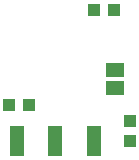
<source format=gtp>
G75*
%MOIN*%
%OFA0B0*%
%FSLAX25Y25*%
%IPPOS*%
%LPD*%
%AMOC8*
5,1,8,0,0,1.08239X$1,22.5*
%
%ADD10R,0.03937X0.04331*%
%ADD11R,0.05000X0.10000*%
%ADD12R,0.06300X0.04600*%
D10*
X0029696Y0035468D03*
X0036388Y0035468D03*
X0058056Y0067078D03*
X0064749Y0067078D03*
X0070101Y0030153D03*
X0070101Y0023460D03*
D11*
X0032312Y0023454D03*
X0045107Y0023454D03*
X0057902Y0023454D03*
D12*
X0064995Y0041205D03*
X0064995Y0047205D03*
M02*

</source>
